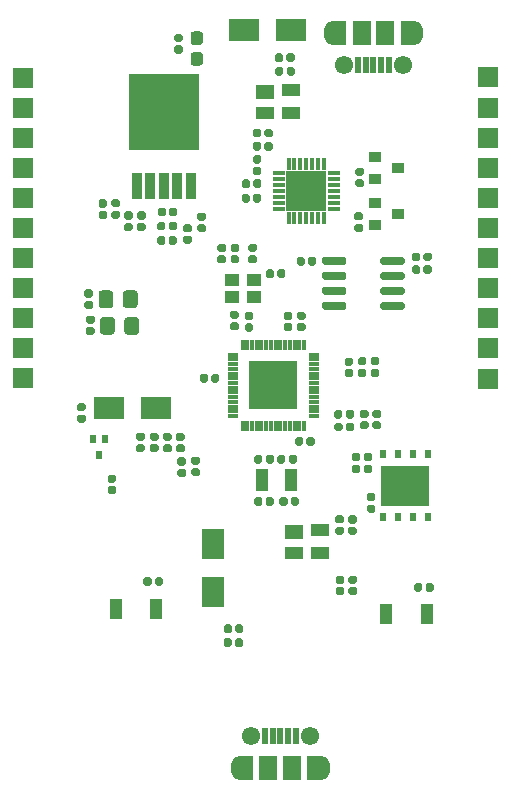
<source format=gbr>
%TF.GenerationSoftware,KiCad,Pcbnew,(5.1.6)-1*%
%TF.CreationDate,2022-06-15T11:31:04-05:00*%
%TF.ProjectId,ESP32-S2_Dev,45535033-322d-4533-925f-4465762e6b69,01*%
%TF.SameCoordinates,Original*%
%TF.FileFunction,Soldermask,Top*%
%TF.FilePolarity,Negative*%
%FSLAX46Y46*%
G04 Gerber Fmt 4.6, Leading zero omitted, Abs format (unit mm)*
G04 Created by KiCad (PCBNEW (5.1.6)-1) date 2022-06-15 11:31:04*
%MOMM*%
%LPD*%
G01*
G04 APERTURE LIST*
%ADD10R,1.900000X2.600000*%
%ADD11R,2.600000X1.900000*%
%ADD12R,0.600000X0.700000*%
%ADD13R,1.150000X1.050000*%
%ADD14R,1.800000X1.800000*%
%ADD15R,4.113200X4.113200*%
%ADD16R,0.304000X0.857199*%
%ADD17R,0.857199X0.304000*%
%ADD18R,1.300000X2.000000*%
%ADD19O,1.300000X2.000000*%
%ADD20R,1.600000X2.000000*%
%ADD21C,1.550000*%
%ADD22R,0.500000X1.450000*%
%ADD23R,1.000000X1.800000*%
%ADD24R,1.100000X1.900000*%
%ADD25R,0.900000X2.300000*%
%ADD26R,5.900001X6.500000*%
%ADD27R,3.452800X3.452800*%
%ADD28R,1.060399X0.354800*%
%ADD29R,0.354800X1.060399*%
%ADD30R,4.100000X3.500000*%
%ADD31R,0.580000X0.800000*%
%ADD32R,1.000000X0.900000*%
%ADD33R,1.500000X1.100000*%
%ADD34R,1.500000X1.300000*%
G04 APERTURE END LIST*
D10*
%TO.C,D4*%
X116230400Y-118408200D03*
X116230400Y-114408200D03*
%TD*%
D11*
%TO.C,D5*%
X122821200Y-70840600D03*
X118821200Y-70840600D03*
%TD*%
D12*
%TO.C,Q1*%
X106578400Y-106796600D03*
X106078400Y-105496600D03*
X107078400Y-105496600D03*
%TD*%
D13*
%TO.C,Y1*%
X119700400Y-91979000D03*
X119700400Y-93429000D03*
X117850400Y-93429000D03*
X117850400Y-91979000D03*
%TD*%
%TO.C,C34*%
G36*
G01*
X123500500Y-95667000D02*
X123895500Y-95667000D01*
G75*
G02*
X124068000Y-95839500I0J-172500D01*
G01*
X124068000Y-96184500D01*
G75*
G02*
X123895500Y-96357000I-172500J0D01*
G01*
X123500500Y-96357000D01*
G75*
G02*
X123328000Y-96184500I0J172500D01*
G01*
X123328000Y-95839500D01*
G75*
G02*
X123500500Y-95667000I172500J0D01*
G01*
G37*
G36*
G01*
X123500500Y-94697000D02*
X123895500Y-94697000D01*
G75*
G02*
X124068000Y-94869500I0J-172500D01*
G01*
X124068000Y-95214500D01*
G75*
G02*
X123895500Y-95387000I-172500J0D01*
G01*
X123500500Y-95387000D01*
G75*
G02*
X123328000Y-95214500I0J172500D01*
G01*
X123328000Y-94869500D01*
G75*
G02*
X123500500Y-94697000I172500J0D01*
G01*
G37*
%TD*%
D14*
%TO.C,IO13*%
X100126800Y-95250000D03*
%TD*%
D15*
%TO.C,U3*%
X121335800Y-100939600D03*
D16*
X118735800Y-97487600D03*
X119135799Y-97487600D03*
X119535801Y-97487600D03*
X119935800Y-97487600D03*
X120335799Y-97487600D03*
X120735801Y-97487600D03*
X121135800Y-97487600D03*
X121535800Y-97487600D03*
X121935799Y-97487600D03*
X122335801Y-97487600D03*
X122735800Y-97487600D03*
X123135799Y-97487600D03*
X123535801Y-97487600D03*
X123935800Y-97487600D03*
D17*
X124787800Y-98339600D03*
X124787800Y-98739599D03*
X124787800Y-99139601D03*
X124787800Y-99539600D03*
X124787800Y-99939599D03*
X124787800Y-100339601D03*
X124787800Y-100739600D03*
X124787800Y-101139600D03*
X124787800Y-101539599D03*
X124787800Y-101939601D03*
X124787800Y-102339600D03*
X124787800Y-102739599D03*
X124787800Y-103139601D03*
X124787800Y-103539600D03*
D16*
X123935800Y-104391600D03*
X123535801Y-104391600D03*
X123135799Y-104391600D03*
X122735800Y-104391600D03*
X122335801Y-104391600D03*
X121935799Y-104391600D03*
X121535800Y-104391600D03*
X121135800Y-104391600D03*
X120735801Y-104391600D03*
X120335799Y-104391600D03*
X119935800Y-104391600D03*
X119535801Y-104391600D03*
X119135799Y-104391600D03*
X118735800Y-104391600D03*
D17*
X117883800Y-103539600D03*
X117883800Y-103139601D03*
X117883800Y-102739599D03*
X117883800Y-102339600D03*
X117883800Y-101939601D03*
X117883800Y-101539599D03*
X117883800Y-101139600D03*
X117883800Y-100739600D03*
X117883800Y-100339601D03*
X117883800Y-99939599D03*
X117883800Y-99539600D03*
X117883800Y-99139601D03*
X117883800Y-98739599D03*
X117883800Y-98339600D03*
%TD*%
D18*
%TO.C,UART1*%
X132710000Y-71120000D03*
X126910000Y-71120000D03*
D19*
X126310000Y-71120000D03*
X133310000Y-71120000D03*
D20*
X130810000Y-71120000D03*
D21*
X127310000Y-73820000D03*
D22*
X129810000Y-73820000D03*
X129160000Y-73820000D03*
X128510000Y-73820000D03*
X131110000Y-73820000D03*
X130460000Y-73820000D03*
D21*
X132310000Y-73820000D03*
D20*
X128810000Y-71120000D03*
%TD*%
%TO.C,C36*%
G36*
G01*
X110281100Y-105625600D02*
X109886100Y-105625600D01*
G75*
G02*
X109713600Y-105453100I0J172500D01*
G01*
X109713600Y-105108100D01*
G75*
G02*
X109886100Y-104935600I172500J0D01*
G01*
X110281100Y-104935600D01*
G75*
G02*
X110453600Y-105108100I0J-172500D01*
G01*
X110453600Y-105453100D01*
G75*
G02*
X110281100Y-105625600I-172500J0D01*
G01*
G37*
G36*
G01*
X110281100Y-106595600D02*
X109886100Y-106595600D01*
G75*
G02*
X109713600Y-106423100I0J172500D01*
G01*
X109713600Y-106078100D01*
G75*
G02*
X109886100Y-105905600I172500J0D01*
G01*
X110281100Y-105905600D01*
G75*
G02*
X110453600Y-106078100I0J-172500D01*
G01*
X110453600Y-106423100D01*
G75*
G02*
X110281100Y-106595600I-172500J0D01*
G01*
G37*
%TD*%
%TO.C,R41*%
G36*
G01*
X113873900Y-88278000D02*
X114268900Y-88278000D01*
G75*
G02*
X114441400Y-88450500I0J-172500D01*
G01*
X114441400Y-88795500D01*
G75*
G02*
X114268900Y-88968000I-172500J0D01*
G01*
X113873900Y-88968000D01*
G75*
G02*
X113701400Y-88795500I0J172500D01*
G01*
X113701400Y-88450500D01*
G75*
G02*
X113873900Y-88278000I172500J0D01*
G01*
G37*
G36*
G01*
X113873900Y-87308000D02*
X114268900Y-87308000D01*
G75*
G02*
X114441400Y-87480500I0J-172500D01*
G01*
X114441400Y-87825500D01*
G75*
G02*
X114268900Y-87998000I-172500J0D01*
G01*
X113873900Y-87998000D01*
G75*
G02*
X113701400Y-87825500I0J172500D01*
G01*
X113701400Y-87480500D01*
G75*
G02*
X113873900Y-87308000I172500J0D01*
G01*
G37*
%TD*%
D23*
%TO.C,RST1*%
X130911600Y-120319800D03*
X134311600Y-120319800D03*
%TD*%
%TO.C,R38*%
G36*
G01*
X111313400Y-117748700D02*
X111313400Y-117353700D01*
G75*
G02*
X111485900Y-117181200I172500J0D01*
G01*
X111830900Y-117181200D01*
G75*
G02*
X112003400Y-117353700I0J-172500D01*
G01*
X112003400Y-117748700D01*
G75*
G02*
X111830900Y-117921200I-172500J0D01*
G01*
X111485900Y-117921200D01*
G75*
G02*
X111313400Y-117748700I0J172500D01*
G01*
G37*
G36*
G01*
X110343400Y-117748700D02*
X110343400Y-117353700D01*
G75*
G02*
X110515900Y-117181200I172500J0D01*
G01*
X110860900Y-117181200D01*
G75*
G02*
X111033400Y-117353700I0J-172500D01*
G01*
X111033400Y-117748700D01*
G75*
G02*
X110860900Y-117921200I-172500J0D01*
G01*
X110515900Y-117921200D01*
G75*
G02*
X110343400Y-117748700I0J172500D01*
G01*
G37*
%TD*%
%TO.C,R37*%
G36*
G01*
X134229000Y-118231300D02*
X134229000Y-117836300D01*
G75*
G02*
X134401500Y-117663800I172500J0D01*
G01*
X134746500Y-117663800D01*
G75*
G02*
X134919000Y-117836300I0J-172500D01*
G01*
X134919000Y-118231300D01*
G75*
G02*
X134746500Y-118403800I-172500J0D01*
G01*
X134401500Y-118403800D01*
G75*
G02*
X134229000Y-118231300I0J172500D01*
G01*
G37*
G36*
G01*
X133259000Y-118231300D02*
X133259000Y-117836300D01*
G75*
G02*
X133431500Y-117663800I172500J0D01*
G01*
X133776500Y-117663800D01*
G75*
G02*
X133949000Y-117836300I0J-172500D01*
G01*
X133949000Y-118231300D01*
G75*
G02*
X133776500Y-118403800I-172500J0D01*
G01*
X133431500Y-118403800D01*
G75*
G02*
X133259000Y-118231300I0J172500D01*
G01*
G37*
%TD*%
%TO.C,BOOT1*%
X108028000Y-119837200D03*
X111428000Y-119837200D03*
%TD*%
D24*
%TO.C,Y2*%
X120345200Y-108991400D03*
X122845200Y-108991400D03*
%TD*%
%TO.C,USER_LED1*%
G36*
G01*
X114596300Y-72726800D02*
X115121300Y-72726800D01*
G75*
G02*
X115383800Y-72989300I0J-262500D01*
G01*
X115383800Y-73614300D01*
G75*
G02*
X115121300Y-73876800I-262500J0D01*
G01*
X114596300Y-73876800D01*
G75*
G02*
X114333800Y-73614300I0J262500D01*
G01*
X114333800Y-72989300D01*
G75*
G02*
X114596300Y-72726800I262500J0D01*
G01*
G37*
G36*
G01*
X114596300Y-70976800D02*
X115121300Y-70976800D01*
G75*
G02*
X115383800Y-71239300I0J-262500D01*
G01*
X115383800Y-71864300D01*
G75*
G02*
X115121300Y-72126800I-262500J0D01*
G01*
X114596300Y-72126800D01*
G75*
G02*
X114333800Y-71864300I0J262500D01*
G01*
X114333800Y-71239300D01*
G75*
G02*
X114596300Y-70976800I262500J0D01*
G01*
G37*
%TD*%
D18*
%TO.C,USB1*%
X119020000Y-133350000D03*
X124820000Y-133350000D03*
D19*
X125420000Y-133350000D03*
X118420000Y-133350000D03*
D20*
X120920000Y-133350000D03*
D21*
X124420000Y-130650000D03*
D22*
X121920000Y-130650000D03*
X122570000Y-130650000D03*
X123220000Y-130650000D03*
X120620000Y-130650000D03*
X121270000Y-130650000D03*
D21*
X119420000Y-130650000D03*
D20*
X122920000Y-133350000D03*
%TD*%
D25*
%TO.C,U2*%
X109784800Y-84057600D03*
X110924800Y-84057600D03*
X112064800Y-84057600D03*
X113204800Y-84057600D03*
X114344800Y-84057600D03*
D26*
X112064800Y-77757600D03*
%TD*%
D27*
%TO.C,U1*%
X124129800Y-84480400D03*
D28*
X126451500Y-82980400D03*
X126451500Y-83480399D03*
X126451500Y-83980401D03*
X126451500Y-84480400D03*
X126451500Y-84980399D03*
X126451500Y-85480401D03*
X126451500Y-85980400D03*
D29*
X125629800Y-86802100D03*
X125129801Y-86802100D03*
X124629799Y-86802100D03*
X124129800Y-86802100D03*
X123629801Y-86802100D03*
X123129799Y-86802100D03*
X122629800Y-86802100D03*
D28*
X121808100Y-85980400D03*
X121808100Y-85480401D03*
X121808100Y-84980399D03*
X121808100Y-84480400D03*
X121808100Y-83980401D03*
X121808100Y-83480399D03*
X121808100Y-82980400D03*
D29*
X122629800Y-82158700D03*
X123129799Y-82158700D03*
X123629801Y-82158700D03*
X124129800Y-82158700D03*
X124629799Y-82158700D03*
X125129801Y-82158700D03*
X125629800Y-82158700D03*
%TD*%
%TO.C,SRAM1*%
G36*
G01*
X130405800Y-90573600D02*
X130405800Y-90223600D01*
G75*
G02*
X130580800Y-90048600I175000J0D01*
G01*
X132280800Y-90048600D01*
G75*
G02*
X132455800Y-90223600I0J-175000D01*
G01*
X132455800Y-90573600D01*
G75*
G02*
X132280800Y-90748600I-175000J0D01*
G01*
X130580800Y-90748600D01*
G75*
G02*
X130405800Y-90573600I0J175000D01*
G01*
G37*
G36*
G01*
X130405800Y-91843600D02*
X130405800Y-91493600D01*
G75*
G02*
X130580800Y-91318600I175000J0D01*
G01*
X132280800Y-91318600D01*
G75*
G02*
X132455800Y-91493600I0J-175000D01*
G01*
X132455800Y-91843600D01*
G75*
G02*
X132280800Y-92018600I-175000J0D01*
G01*
X130580800Y-92018600D01*
G75*
G02*
X130405800Y-91843600I0J175000D01*
G01*
G37*
G36*
G01*
X130405800Y-93113600D02*
X130405800Y-92763600D01*
G75*
G02*
X130580800Y-92588600I175000J0D01*
G01*
X132280800Y-92588600D01*
G75*
G02*
X132455800Y-92763600I0J-175000D01*
G01*
X132455800Y-93113600D01*
G75*
G02*
X132280800Y-93288600I-175000J0D01*
G01*
X130580800Y-93288600D01*
G75*
G02*
X130405800Y-93113600I0J175000D01*
G01*
G37*
G36*
G01*
X130405800Y-94383600D02*
X130405800Y-94033600D01*
G75*
G02*
X130580800Y-93858600I175000J0D01*
G01*
X132280800Y-93858600D01*
G75*
G02*
X132455800Y-94033600I0J-175000D01*
G01*
X132455800Y-94383600D01*
G75*
G02*
X132280800Y-94558600I-175000J0D01*
G01*
X130580800Y-94558600D01*
G75*
G02*
X130405800Y-94383600I0J175000D01*
G01*
G37*
G36*
G01*
X125455800Y-94383600D02*
X125455800Y-94033600D01*
G75*
G02*
X125630800Y-93858600I175000J0D01*
G01*
X127330800Y-93858600D01*
G75*
G02*
X127505800Y-94033600I0J-175000D01*
G01*
X127505800Y-94383600D01*
G75*
G02*
X127330800Y-94558600I-175000J0D01*
G01*
X125630800Y-94558600D01*
G75*
G02*
X125455800Y-94383600I0J175000D01*
G01*
G37*
G36*
G01*
X125455800Y-93113600D02*
X125455800Y-92763600D01*
G75*
G02*
X125630800Y-92588600I175000J0D01*
G01*
X127330800Y-92588600D01*
G75*
G02*
X127505800Y-92763600I0J-175000D01*
G01*
X127505800Y-93113600D01*
G75*
G02*
X127330800Y-93288600I-175000J0D01*
G01*
X125630800Y-93288600D01*
G75*
G02*
X125455800Y-93113600I0J175000D01*
G01*
G37*
G36*
G01*
X125455800Y-91843600D02*
X125455800Y-91493600D01*
G75*
G02*
X125630800Y-91318600I175000J0D01*
G01*
X127330800Y-91318600D01*
G75*
G02*
X127505800Y-91493600I0J-175000D01*
G01*
X127505800Y-91843600D01*
G75*
G02*
X127330800Y-92018600I-175000J0D01*
G01*
X125630800Y-92018600D01*
G75*
G02*
X125455800Y-91843600I0J175000D01*
G01*
G37*
G36*
G01*
X125455800Y-90573600D02*
X125455800Y-90223600D01*
G75*
G02*
X125630800Y-90048600I175000J0D01*
G01*
X127330800Y-90048600D01*
G75*
G02*
X127505800Y-90223600I0J-175000D01*
G01*
X127505800Y-90573600D01*
G75*
G02*
X127330800Y-90748600I-175000J0D01*
G01*
X125630800Y-90748600D01*
G75*
G02*
X125455800Y-90573600I0J175000D01*
G01*
G37*
%TD*%
D30*
%TO.C,SPI_FLASH_16Mb1*%
X132490200Y-109484400D03*
D31*
X130593200Y-106770400D03*
X131863200Y-106770400D03*
X133133200Y-106770400D03*
X134403200Y-106770400D03*
X134403200Y-112070400D03*
X133133200Y-112070400D03*
X131863200Y-112070400D03*
X130593200Y-112070400D03*
%TD*%
%TO.C,RESET_EN1*%
G36*
G01*
X108595000Y-94128062D02*
X108595000Y-93171538D01*
G75*
G02*
X108866738Y-92899800I271738J0D01*
G01*
X109573262Y-92899800D01*
G75*
G02*
X109845000Y-93171538I0J-271738D01*
G01*
X109845000Y-94128062D01*
G75*
G02*
X109573262Y-94399800I-271738J0D01*
G01*
X108866738Y-94399800D01*
G75*
G02*
X108595000Y-94128062I0J271738D01*
G01*
G37*
G36*
G01*
X106545000Y-94128062D02*
X106545000Y-93171538D01*
G75*
G02*
X106816738Y-92899800I271738J0D01*
G01*
X107523262Y-92899800D01*
G75*
G02*
X107795000Y-93171538I0J-271738D01*
G01*
X107795000Y-94128062D01*
G75*
G02*
X107523262Y-94399800I-271738J0D01*
G01*
X106816738Y-94399800D01*
G75*
G02*
X106545000Y-94128062I0J271738D01*
G01*
G37*
%TD*%
%TO.C,R36*%
G36*
G01*
X121676600Y-91688300D02*
X121676600Y-91293300D01*
G75*
G02*
X121849100Y-91120800I172500J0D01*
G01*
X122194100Y-91120800D01*
G75*
G02*
X122366600Y-91293300I0J-172500D01*
G01*
X122366600Y-91688300D01*
G75*
G02*
X122194100Y-91860800I-172500J0D01*
G01*
X121849100Y-91860800D01*
G75*
G02*
X121676600Y-91688300I0J172500D01*
G01*
G37*
G36*
G01*
X120706600Y-91688300D02*
X120706600Y-91293300D01*
G75*
G02*
X120879100Y-91120800I172500J0D01*
G01*
X121224100Y-91120800D01*
G75*
G02*
X121396600Y-91293300I0J-172500D01*
G01*
X121396600Y-91688300D01*
G75*
G02*
X121224100Y-91860800I-172500J0D01*
G01*
X120879100Y-91860800D01*
G75*
G02*
X120706600Y-91688300I0J172500D01*
G01*
G37*
%TD*%
%TO.C,R35*%
G36*
G01*
X128834500Y-103972800D02*
X129229500Y-103972800D01*
G75*
G02*
X129402000Y-104145300I0J-172500D01*
G01*
X129402000Y-104490300D01*
G75*
G02*
X129229500Y-104662800I-172500J0D01*
G01*
X128834500Y-104662800D01*
G75*
G02*
X128662000Y-104490300I0J172500D01*
G01*
X128662000Y-104145300D01*
G75*
G02*
X128834500Y-103972800I172500J0D01*
G01*
G37*
G36*
G01*
X128834500Y-103002800D02*
X129229500Y-103002800D01*
G75*
G02*
X129402000Y-103175300I0J-172500D01*
G01*
X129402000Y-103520300D01*
G75*
G02*
X129229500Y-103692800I-172500J0D01*
G01*
X128834500Y-103692800D01*
G75*
G02*
X128662000Y-103520300I0J172500D01*
G01*
X128662000Y-103175300D01*
G75*
G02*
X128834500Y-103002800I172500J0D01*
G01*
G37*
%TD*%
%TO.C,R34*%
G36*
G01*
X129901300Y-103977600D02*
X130296300Y-103977600D01*
G75*
G02*
X130468800Y-104150100I0J-172500D01*
G01*
X130468800Y-104495100D01*
G75*
G02*
X130296300Y-104667600I-172500J0D01*
G01*
X129901300Y-104667600D01*
G75*
G02*
X129728800Y-104495100I0J172500D01*
G01*
X129728800Y-104150100D01*
G75*
G02*
X129901300Y-103977600I172500J0D01*
G01*
G37*
G36*
G01*
X129901300Y-103007600D02*
X130296300Y-103007600D01*
G75*
G02*
X130468800Y-103180100I0J-172500D01*
G01*
X130468800Y-103525100D01*
G75*
G02*
X130296300Y-103697600I-172500J0D01*
G01*
X129901300Y-103697600D01*
G75*
G02*
X129728800Y-103525100I0J172500D01*
G01*
X129728800Y-103180100D01*
G75*
G02*
X129901300Y-103007600I172500J0D01*
G01*
G37*
%TD*%
%TO.C,R33*%
G36*
G01*
X130143900Y-99252600D02*
X129748900Y-99252600D01*
G75*
G02*
X129576400Y-99080100I0J172500D01*
G01*
X129576400Y-98735100D01*
G75*
G02*
X129748900Y-98562600I172500J0D01*
G01*
X130143900Y-98562600D01*
G75*
G02*
X130316400Y-98735100I0J-172500D01*
G01*
X130316400Y-99080100D01*
G75*
G02*
X130143900Y-99252600I-172500J0D01*
G01*
G37*
G36*
G01*
X130143900Y-100222600D02*
X129748900Y-100222600D01*
G75*
G02*
X129576400Y-100050100I0J172500D01*
G01*
X129576400Y-99705100D01*
G75*
G02*
X129748900Y-99532600I172500J0D01*
G01*
X130143900Y-99532600D01*
G75*
G02*
X130316400Y-99705100I0J-172500D01*
G01*
X130316400Y-100050100D01*
G75*
G02*
X130143900Y-100222600I-172500J0D01*
G01*
G37*
%TD*%
%TO.C,R32*%
G36*
G01*
X129051700Y-99252600D02*
X128656700Y-99252600D01*
G75*
G02*
X128484200Y-99080100I0J172500D01*
G01*
X128484200Y-98735100D01*
G75*
G02*
X128656700Y-98562600I172500J0D01*
G01*
X129051700Y-98562600D01*
G75*
G02*
X129224200Y-98735100I0J-172500D01*
G01*
X129224200Y-99080100D01*
G75*
G02*
X129051700Y-99252600I-172500J0D01*
G01*
G37*
G36*
G01*
X129051700Y-100222600D02*
X128656700Y-100222600D01*
G75*
G02*
X128484200Y-100050100I0J172500D01*
G01*
X128484200Y-99705100D01*
G75*
G02*
X128656700Y-99532600I172500J0D01*
G01*
X129051700Y-99532600D01*
G75*
G02*
X129224200Y-99705100I0J-172500D01*
G01*
X129224200Y-100050100D01*
G75*
G02*
X129051700Y-100222600I-172500J0D01*
G01*
G37*
%TD*%
%TO.C,R31*%
G36*
G01*
X127934100Y-99275600D02*
X127539100Y-99275600D01*
G75*
G02*
X127366600Y-99103100I0J172500D01*
G01*
X127366600Y-98758100D01*
G75*
G02*
X127539100Y-98585600I172500J0D01*
G01*
X127934100Y-98585600D01*
G75*
G02*
X128106600Y-98758100I0J-172500D01*
G01*
X128106600Y-99103100D01*
G75*
G02*
X127934100Y-99275600I-172500J0D01*
G01*
G37*
G36*
G01*
X127934100Y-100245600D02*
X127539100Y-100245600D01*
G75*
G02*
X127366600Y-100073100I0J172500D01*
G01*
X127366600Y-99728100D01*
G75*
G02*
X127539100Y-99555600I172500J0D01*
G01*
X127934100Y-99555600D01*
G75*
G02*
X128106600Y-99728100I0J-172500D01*
G01*
X128106600Y-100073100D01*
G75*
G02*
X127934100Y-100245600I-172500J0D01*
G01*
G37*
%TD*%
%TO.C,R30*%
G36*
G01*
X122777900Y-95387000D02*
X122382900Y-95387000D01*
G75*
G02*
X122210400Y-95214500I0J172500D01*
G01*
X122210400Y-94869500D01*
G75*
G02*
X122382900Y-94697000I172500J0D01*
G01*
X122777900Y-94697000D01*
G75*
G02*
X122950400Y-94869500I0J-172500D01*
G01*
X122950400Y-95214500D01*
G75*
G02*
X122777900Y-95387000I-172500J0D01*
G01*
G37*
G36*
G01*
X122777900Y-96357000D02*
X122382900Y-96357000D01*
G75*
G02*
X122210400Y-96184500I0J172500D01*
G01*
X122210400Y-95839500D01*
G75*
G02*
X122382900Y-95667000I172500J0D01*
G01*
X122777900Y-95667000D01*
G75*
G02*
X122950400Y-95839500I0J-172500D01*
G01*
X122950400Y-96184500D01*
G75*
G02*
X122777900Y-96357000I-172500J0D01*
G01*
G37*
%TD*%
%TO.C,R28*%
G36*
G01*
X113506900Y-71877400D02*
X113111900Y-71877400D01*
G75*
G02*
X112939400Y-71704900I0J172500D01*
G01*
X112939400Y-71359900D01*
G75*
G02*
X113111900Y-71187400I172500J0D01*
G01*
X113506900Y-71187400D01*
G75*
G02*
X113679400Y-71359900I0J-172500D01*
G01*
X113679400Y-71704900D01*
G75*
G02*
X113506900Y-71877400I-172500J0D01*
G01*
G37*
G36*
G01*
X113506900Y-72847400D02*
X113111900Y-72847400D01*
G75*
G02*
X112939400Y-72674900I0J172500D01*
G01*
X112939400Y-72329900D01*
G75*
G02*
X113111900Y-72157400I172500J0D01*
G01*
X113506900Y-72157400D01*
G75*
G02*
X113679400Y-72329900I0J-172500D01*
G01*
X113679400Y-72674900D01*
G75*
G02*
X113506900Y-72847400I-172500J0D01*
G01*
G37*
%TD*%
%TO.C,R26*%
G36*
G01*
X105912300Y-93512200D02*
X105517300Y-93512200D01*
G75*
G02*
X105344800Y-93339700I0J172500D01*
G01*
X105344800Y-92994700D01*
G75*
G02*
X105517300Y-92822200I172500J0D01*
G01*
X105912300Y-92822200D01*
G75*
G02*
X106084800Y-92994700I0J-172500D01*
G01*
X106084800Y-93339700D01*
G75*
G02*
X105912300Y-93512200I-172500J0D01*
G01*
G37*
G36*
G01*
X105912300Y-94482200D02*
X105517300Y-94482200D01*
G75*
G02*
X105344800Y-94309700I0J172500D01*
G01*
X105344800Y-93964700D01*
G75*
G02*
X105517300Y-93792200I172500J0D01*
G01*
X105912300Y-93792200D01*
G75*
G02*
X106084800Y-93964700I0J-172500D01*
G01*
X106084800Y-94309700D01*
G75*
G02*
X105912300Y-94482200I-172500J0D01*
G01*
G37*
%TD*%
%TO.C,R24*%
G36*
G01*
X128238900Y-112638400D02*
X127843900Y-112638400D01*
G75*
G02*
X127671400Y-112465900I0J172500D01*
G01*
X127671400Y-112120900D01*
G75*
G02*
X127843900Y-111948400I172500J0D01*
G01*
X128238900Y-111948400D01*
G75*
G02*
X128411400Y-112120900I0J-172500D01*
G01*
X128411400Y-112465900D01*
G75*
G02*
X128238900Y-112638400I-172500J0D01*
G01*
G37*
G36*
G01*
X128238900Y-113608400D02*
X127843900Y-113608400D01*
G75*
G02*
X127671400Y-113435900I0J172500D01*
G01*
X127671400Y-113090900D01*
G75*
G02*
X127843900Y-112918400I172500J0D01*
G01*
X128238900Y-112918400D01*
G75*
G02*
X128411400Y-113090900I0J-172500D01*
G01*
X128411400Y-113435900D01*
G75*
G02*
X128238900Y-113608400I-172500J0D01*
G01*
G37*
%TD*%
%TO.C,R23*%
G36*
G01*
X112481800Y-88868900D02*
X112481800Y-88473900D01*
G75*
G02*
X112654300Y-88301400I172500J0D01*
G01*
X112999300Y-88301400D01*
G75*
G02*
X113171800Y-88473900I0J-172500D01*
G01*
X113171800Y-88868900D01*
G75*
G02*
X112999300Y-89041400I-172500J0D01*
G01*
X112654300Y-89041400D01*
G75*
G02*
X112481800Y-88868900I0J172500D01*
G01*
G37*
G36*
G01*
X111511800Y-88868900D02*
X111511800Y-88473900D01*
G75*
G02*
X111684300Y-88301400I172500J0D01*
G01*
X112029300Y-88301400D01*
G75*
G02*
X112201800Y-88473900I0J-172500D01*
G01*
X112201800Y-88868900D01*
G75*
G02*
X112029300Y-89041400I-172500J0D01*
G01*
X111684300Y-89041400D01*
G75*
G02*
X111511800Y-88868900I0J172500D01*
G01*
G37*
%TD*%
%TO.C,R22*%
G36*
G01*
X128772300Y-86982000D02*
X128377300Y-86982000D01*
G75*
G02*
X128204800Y-86809500I0J172500D01*
G01*
X128204800Y-86464500D01*
G75*
G02*
X128377300Y-86292000I172500J0D01*
G01*
X128772300Y-86292000D01*
G75*
G02*
X128944800Y-86464500I0J-172500D01*
G01*
X128944800Y-86809500D01*
G75*
G02*
X128772300Y-86982000I-172500J0D01*
G01*
G37*
G36*
G01*
X128772300Y-87952000D02*
X128377300Y-87952000D01*
G75*
G02*
X128204800Y-87779500I0J172500D01*
G01*
X128204800Y-87434500D01*
G75*
G02*
X128377300Y-87262000I172500J0D01*
G01*
X128772300Y-87262000D01*
G75*
G02*
X128944800Y-87434500I0J-172500D01*
G01*
X128944800Y-87779500D01*
G75*
G02*
X128772300Y-87952000I-172500J0D01*
G01*
G37*
%TD*%
%TO.C,R21*%
G36*
G01*
X128453500Y-83479800D02*
X128848500Y-83479800D01*
G75*
G02*
X129021000Y-83652300I0J-172500D01*
G01*
X129021000Y-83997300D01*
G75*
G02*
X128848500Y-84169800I-172500J0D01*
G01*
X128453500Y-84169800D01*
G75*
G02*
X128281000Y-83997300I0J172500D01*
G01*
X128281000Y-83652300D01*
G75*
G02*
X128453500Y-83479800I172500J0D01*
G01*
G37*
G36*
G01*
X128453500Y-82509800D02*
X128848500Y-82509800D01*
G75*
G02*
X129021000Y-82682300I0J-172500D01*
G01*
X129021000Y-83027300D01*
G75*
G02*
X128848500Y-83199800I-172500J0D01*
G01*
X128453500Y-83199800D01*
G75*
G02*
X128281000Y-83027300I0J172500D01*
G01*
X128281000Y-82682300D01*
G75*
G02*
X128453500Y-82509800I172500J0D01*
G01*
G37*
%TD*%
%TO.C,R20*%
G36*
G01*
X114559700Y-107940000D02*
X114954700Y-107940000D01*
G75*
G02*
X115127200Y-108112500I0J-172500D01*
G01*
X115127200Y-108457500D01*
G75*
G02*
X114954700Y-108630000I-172500J0D01*
G01*
X114559700Y-108630000D01*
G75*
G02*
X114387200Y-108457500I0J172500D01*
G01*
X114387200Y-108112500D01*
G75*
G02*
X114559700Y-107940000I172500J0D01*
G01*
G37*
G36*
G01*
X114559700Y-106970000D02*
X114954700Y-106970000D01*
G75*
G02*
X115127200Y-107142500I0J-172500D01*
G01*
X115127200Y-107487500D01*
G75*
G02*
X114954700Y-107660000I-172500J0D01*
G01*
X114559700Y-107660000D01*
G75*
G02*
X114387200Y-107487500I0J172500D01*
G01*
X114387200Y-107142500D01*
G75*
G02*
X114559700Y-106970000I172500J0D01*
G01*
G37*
%TD*%
%TO.C,R19*%
G36*
G01*
X127869300Y-118021400D02*
X128264300Y-118021400D01*
G75*
G02*
X128436800Y-118193900I0J-172500D01*
G01*
X128436800Y-118538900D01*
G75*
G02*
X128264300Y-118711400I-172500J0D01*
G01*
X127869300Y-118711400D01*
G75*
G02*
X127696800Y-118538900I0J172500D01*
G01*
X127696800Y-118193900D01*
G75*
G02*
X127869300Y-118021400I172500J0D01*
G01*
G37*
G36*
G01*
X127869300Y-117051400D02*
X128264300Y-117051400D01*
G75*
G02*
X128436800Y-117223900I0J-172500D01*
G01*
X128436800Y-117568900D01*
G75*
G02*
X128264300Y-117741400I-172500J0D01*
G01*
X127869300Y-117741400D01*
G75*
G02*
X127696800Y-117568900I0J172500D01*
G01*
X127696800Y-117223900D01*
G75*
G02*
X127869300Y-117051400I172500J0D01*
G01*
G37*
%TD*%
%TO.C,R18*%
G36*
G01*
X106039300Y-95719600D02*
X105644300Y-95719600D01*
G75*
G02*
X105471800Y-95547100I0J172500D01*
G01*
X105471800Y-95202100D01*
G75*
G02*
X105644300Y-95029600I172500J0D01*
G01*
X106039300Y-95029600D01*
G75*
G02*
X106211800Y-95202100I0J-172500D01*
G01*
X106211800Y-95547100D01*
G75*
G02*
X106039300Y-95719600I-172500J0D01*
G01*
G37*
G36*
G01*
X106039300Y-96689600D02*
X105644300Y-96689600D01*
G75*
G02*
X105471800Y-96517100I0J172500D01*
G01*
X105471800Y-96172100D01*
G75*
G02*
X105644300Y-95999600I172500J0D01*
G01*
X106039300Y-95999600D01*
G75*
G02*
X106211800Y-96172100I0J-172500D01*
G01*
X106211800Y-96517100D01*
G75*
G02*
X106039300Y-96689600I-172500J0D01*
G01*
G37*
%TD*%
%TO.C,R17*%
G36*
G01*
X115067700Y-87285000D02*
X115462700Y-87285000D01*
G75*
G02*
X115635200Y-87457500I0J-172500D01*
G01*
X115635200Y-87802500D01*
G75*
G02*
X115462700Y-87975000I-172500J0D01*
G01*
X115067700Y-87975000D01*
G75*
G02*
X114895200Y-87802500I0J172500D01*
G01*
X114895200Y-87457500D01*
G75*
G02*
X115067700Y-87285000I172500J0D01*
G01*
G37*
G36*
G01*
X115067700Y-86315000D02*
X115462700Y-86315000D01*
G75*
G02*
X115635200Y-86487500I0J-172500D01*
G01*
X115635200Y-86832500D01*
G75*
G02*
X115462700Y-87005000I-172500J0D01*
G01*
X115067700Y-87005000D01*
G75*
G02*
X114895200Y-86832500I0J172500D01*
G01*
X114895200Y-86487500D01*
G75*
G02*
X115067700Y-86315000I172500J0D01*
G01*
G37*
%TD*%
%TO.C,R16*%
G36*
G01*
X119080900Y-95697200D02*
X119475900Y-95697200D01*
G75*
G02*
X119648400Y-95869700I0J-172500D01*
G01*
X119648400Y-96214700D01*
G75*
G02*
X119475900Y-96387200I-172500J0D01*
G01*
X119080900Y-96387200D01*
G75*
G02*
X118908400Y-96214700I0J172500D01*
G01*
X118908400Y-95869700D01*
G75*
G02*
X119080900Y-95697200I172500J0D01*
G01*
G37*
G36*
G01*
X119080900Y-94727200D02*
X119475900Y-94727200D01*
G75*
G02*
X119648400Y-94899700I0J-172500D01*
G01*
X119648400Y-95244700D01*
G75*
G02*
X119475900Y-95417200I-172500J0D01*
G01*
X119080900Y-95417200D01*
G75*
G02*
X118908400Y-95244700I0J172500D01*
G01*
X118908400Y-94899700D01*
G75*
G02*
X119080900Y-94727200I172500J0D01*
G01*
G37*
%TD*%
%TO.C,R15*%
G36*
G01*
X112567100Y-105653400D02*
X112172100Y-105653400D01*
G75*
G02*
X111999600Y-105480900I0J172500D01*
G01*
X111999600Y-105135900D01*
G75*
G02*
X112172100Y-104963400I172500J0D01*
G01*
X112567100Y-104963400D01*
G75*
G02*
X112739600Y-105135900I0J-172500D01*
G01*
X112739600Y-105480900D01*
G75*
G02*
X112567100Y-105653400I-172500J0D01*
G01*
G37*
G36*
G01*
X112567100Y-106623400D02*
X112172100Y-106623400D01*
G75*
G02*
X111999600Y-106450900I0J172500D01*
G01*
X111999600Y-106105900D01*
G75*
G02*
X112172100Y-105933400I172500J0D01*
G01*
X112567100Y-105933400D01*
G75*
G02*
X112739600Y-106105900I0J-172500D01*
G01*
X112739600Y-106450900D01*
G75*
G02*
X112567100Y-106623400I-172500J0D01*
G01*
G37*
%TD*%
%TO.C,R14*%
G36*
G01*
X119619200Y-85287500D02*
X119619200Y-84892500D01*
G75*
G02*
X119791700Y-84720000I172500J0D01*
G01*
X120136700Y-84720000D01*
G75*
G02*
X120309200Y-84892500I0J-172500D01*
G01*
X120309200Y-85287500D01*
G75*
G02*
X120136700Y-85460000I-172500J0D01*
G01*
X119791700Y-85460000D01*
G75*
G02*
X119619200Y-85287500I0J172500D01*
G01*
G37*
G36*
G01*
X118649200Y-85287500D02*
X118649200Y-84892500D01*
G75*
G02*
X118821700Y-84720000I172500J0D01*
G01*
X119166700Y-84720000D01*
G75*
G02*
X119339200Y-84892500I0J-172500D01*
G01*
X119339200Y-85287500D01*
G75*
G02*
X119166700Y-85460000I-172500J0D01*
G01*
X118821700Y-85460000D01*
G75*
G02*
X118649200Y-85287500I0J172500D01*
G01*
G37*
%TD*%
%TO.C,R13*%
G36*
G01*
X118282100Y-89649000D02*
X117887100Y-89649000D01*
G75*
G02*
X117714600Y-89476500I0J172500D01*
G01*
X117714600Y-89131500D01*
G75*
G02*
X117887100Y-88959000I172500J0D01*
G01*
X118282100Y-88959000D01*
G75*
G02*
X118454600Y-89131500I0J-172500D01*
G01*
X118454600Y-89476500D01*
G75*
G02*
X118282100Y-89649000I-172500J0D01*
G01*
G37*
G36*
G01*
X118282100Y-90619000D02*
X117887100Y-90619000D01*
G75*
G02*
X117714600Y-90446500I0J172500D01*
G01*
X117714600Y-90101500D01*
G75*
G02*
X117887100Y-89929000I172500J0D01*
G01*
X118282100Y-89929000D01*
G75*
G02*
X118454600Y-90101500I0J-172500D01*
G01*
X118454600Y-90446500D01*
G75*
G02*
X118282100Y-90619000I-172500J0D01*
G01*
G37*
%TD*%
%TO.C,R12*%
G36*
G01*
X113659300Y-105648600D02*
X113264300Y-105648600D01*
G75*
G02*
X113091800Y-105476100I0J172500D01*
G01*
X113091800Y-105131100D01*
G75*
G02*
X113264300Y-104958600I172500J0D01*
G01*
X113659300Y-104958600D01*
G75*
G02*
X113831800Y-105131100I0J-172500D01*
G01*
X113831800Y-105476100D01*
G75*
G02*
X113659300Y-105648600I-172500J0D01*
G01*
G37*
G36*
G01*
X113659300Y-106618600D02*
X113264300Y-106618600D01*
G75*
G02*
X113091800Y-106446100I0J172500D01*
G01*
X113091800Y-106101100D01*
G75*
G02*
X113264300Y-105928600I172500J0D01*
G01*
X113659300Y-105928600D01*
G75*
G02*
X113831800Y-106101100I0J-172500D01*
G01*
X113831800Y-106446100D01*
G75*
G02*
X113659300Y-106618600I-172500J0D01*
G01*
G37*
%TD*%
%TO.C,R11*%
G36*
G01*
X119644600Y-84068300D02*
X119644600Y-83673300D01*
G75*
G02*
X119817100Y-83500800I172500J0D01*
G01*
X120162100Y-83500800D01*
G75*
G02*
X120334600Y-83673300I0J-172500D01*
G01*
X120334600Y-84068300D01*
G75*
G02*
X120162100Y-84240800I-172500J0D01*
G01*
X119817100Y-84240800D01*
G75*
G02*
X119644600Y-84068300I0J172500D01*
G01*
G37*
G36*
G01*
X118674600Y-84068300D02*
X118674600Y-83673300D01*
G75*
G02*
X118847100Y-83500800I172500J0D01*
G01*
X119192100Y-83500800D01*
G75*
G02*
X119364600Y-83673300I0J-172500D01*
G01*
X119364600Y-84068300D01*
G75*
G02*
X119192100Y-84240800I-172500J0D01*
G01*
X118847100Y-84240800D01*
G75*
G02*
X118674600Y-84068300I0J172500D01*
G01*
G37*
%TD*%
%TO.C,R10*%
G36*
G01*
X119766700Y-82438400D02*
X120161700Y-82438400D01*
G75*
G02*
X120334200Y-82610900I0J-172500D01*
G01*
X120334200Y-82955900D01*
G75*
G02*
X120161700Y-83128400I-172500J0D01*
G01*
X119766700Y-83128400D01*
G75*
G02*
X119594200Y-82955900I0J172500D01*
G01*
X119594200Y-82610900D01*
G75*
G02*
X119766700Y-82438400I172500J0D01*
G01*
G37*
G36*
G01*
X119766700Y-81468400D02*
X120161700Y-81468400D01*
G75*
G02*
X120334200Y-81640900I0J-172500D01*
G01*
X120334200Y-81985900D01*
G75*
G02*
X120161700Y-82158400I-172500J0D01*
G01*
X119766700Y-82158400D01*
G75*
G02*
X119594200Y-81985900I0J172500D01*
G01*
X119594200Y-81640900D01*
G75*
G02*
X119766700Y-81468400I172500J0D01*
G01*
G37*
%TD*%
%TO.C,R8*%
G36*
G01*
X122641800Y-107385500D02*
X122641800Y-106990500D01*
G75*
G02*
X122814300Y-106818000I172500J0D01*
G01*
X123159300Y-106818000D01*
G75*
G02*
X123331800Y-106990500I0J-172500D01*
G01*
X123331800Y-107385500D01*
G75*
G02*
X123159300Y-107558000I-172500J0D01*
G01*
X122814300Y-107558000D01*
G75*
G02*
X122641800Y-107385500I0J172500D01*
G01*
G37*
G36*
G01*
X121671800Y-107385500D02*
X121671800Y-106990500D01*
G75*
G02*
X121844300Y-106818000I172500J0D01*
G01*
X122189300Y-106818000D01*
G75*
G02*
X122361800Y-106990500I0J-172500D01*
G01*
X122361800Y-107385500D01*
G75*
G02*
X122189300Y-107558000I-172500J0D01*
G01*
X121844300Y-107558000D01*
G75*
G02*
X121671800Y-107385500I0J172500D01*
G01*
G37*
%TD*%
%TO.C,R7*%
G36*
G01*
X107803300Y-86144400D02*
X108198300Y-86144400D01*
G75*
G02*
X108370800Y-86316900I0J-172500D01*
G01*
X108370800Y-86661900D01*
G75*
G02*
X108198300Y-86834400I-172500J0D01*
G01*
X107803300Y-86834400D01*
G75*
G02*
X107630800Y-86661900I0J172500D01*
G01*
X107630800Y-86316900D01*
G75*
G02*
X107803300Y-86144400I172500J0D01*
G01*
G37*
G36*
G01*
X107803300Y-85174400D02*
X108198300Y-85174400D01*
G75*
G02*
X108370800Y-85346900I0J-172500D01*
G01*
X108370800Y-85691900D01*
G75*
G02*
X108198300Y-85864400I-172500J0D01*
G01*
X107803300Y-85864400D01*
G75*
G02*
X107630800Y-85691900I0J172500D01*
G01*
X107630800Y-85346900D01*
G75*
G02*
X107803300Y-85174400I172500J0D01*
G01*
G37*
%TD*%
%TO.C,R6*%
G36*
G01*
X107868100Y-109179200D02*
X107473100Y-109179200D01*
G75*
G02*
X107300600Y-109006700I0J172500D01*
G01*
X107300600Y-108661700D01*
G75*
G02*
X107473100Y-108489200I172500J0D01*
G01*
X107868100Y-108489200D01*
G75*
G02*
X108040600Y-108661700I0J-172500D01*
G01*
X108040600Y-109006700D01*
G75*
G02*
X107868100Y-109179200I-172500J0D01*
G01*
G37*
G36*
G01*
X107868100Y-110149200D02*
X107473100Y-110149200D01*
G75*
G02*
X107300600Y-109976700I0J172500D01*
G01*
X107300600Y-109631700D01*
G75*
G02*
X107473100Y-109459200I172500J0D01*
G01*
X107868100Y-109459200D01*
G75*
G02*
X108040600Y-109631700I0J-172500D01*
G01*
X108040600Y-109976700D01*
G75*
G02*
X107868100Y-110149200I-172500J0D01*
G01*
G37*
%TD*%
%TO.C,R5*%
G36*
G01*
X120690800Y-107385500D02*
X120690800Y-106990500D01*
G75*
G02*
X120863300Y-106818000I172500J0D01*
G01*
X121208300Y-106818000D01*
G75*
G02*
X121380800Y-106990500I0J-172500D01*
G01*
X121380800Y-107385500D01*
G75*
G02*
X121208300Y-107558000I-172500J0D01*
G01*
X120863300Y-107558000D01*
G75*
G02*
X120690800Y-107385500I0J172500D01*
G01*
G37*
G36*
G01*
X119720800Y-107385500D02*
X119720800Y-106990500D01*
G75*
G02*
X119893300Y-106818000I172500J0D01*
G01*
X120238300Y-106818000D01*
G75*
G02*
X120410800Y-106990500I0J-172500D01*
G01*
X120410800Y-107385500D01*
G75*
G02*
X120238300Y-107558000I-172500J0D01*
G01*
X119893300Y-107558000D01*
G75*
G02*
X119720800Y-107385500I0J172500D01*
G01*
G37*
%TD*%
%TO.C,R4*%
G36*
G01*
X124272200Y-90621500D02*
X124272200Y-90226500D01*
G75*
G02*
X124444700Y-90054000I172500J0D01*
G01*
X124789700Y-90054000D01*
G75*
G02*
X124962200Y-90226500I0J-172500D01*
G01*
X124962200Y-90621500D01*
G75*
G02*
X124789700Y-90794000I-172500J0D01*
G01*
X124444700Y-90794000D01*
G75*
G02*
X124272200Y-90621500I0J172500D01*
G01*
G37*
G36*
G01*
X123302200Y-90621500D02*
X123302200Y-90226500D01*
G75*
G02*
X123474700Y-90054000I172500J0D01*
G01*
X123819700Y-90054000D01*
G75*
G02*
X123992200Y-90226500I0J-172500D01*
G01*
X123992200Y-90621500D01*
G75*
G02*
X123819700Y-90794000I-172500J0D01*
G01*
X123474700Y-90794000D01*
G75*
G02*
X123302200Y-90621500I0J172500D01*
G01*
G37*
%TD*%
%TO.C,R3*%
G36*
G01*
X129418700Y-111034000D02*
X129813700Y-111034000D01*
G75*
G02*
X129986200Y-111206500I0J-172500D01*
G01*
X129986200Y-111551500D01*
G75*
G02*
X129813700Y-111724000I-172500J0D01*
G01*
X129418700Y-111724000D01*
G75*
G02*
X129246200Y-111551500I0J172500D01*
G01*
X129246200Y-111206500D01*
G75*
G02*
X129418700Y-111034000I172500J0D01*
G01*
G37*
G36*
G01*
X129418700Y-110064000D02*
X129813700Y-110064000D01*
G75*
G02*
X129986200Y-110236500I0J-172500D01*
G01*
X129986200Y-110581500D01*
G75*
G02*
X129813700Y-110754000I-172500J0D01*
G01*
X129418700Y-110754000D01*
G75*
G02*
X129246200Y-110581500I0J172500D01*
G01*
X129246200Y-110236500D01*
G75*
G02*
X129418700Y-110064000I172500J0D01*
G01*
G37*
%TD*%
%TO.C,R2*%
G36*
G01*
X119780700Y-89649000D02*
X119385700Y-89649000D01*
G75*
G02*
X119213200Y-89476500I0J172500D01*
G01*
X119213200Y-89131500D01*
G75*
G02*
X119385700Y-88959000I172500J0D01*
G01*
X119780700Y-88959000D01*
G75*
G02*
X119953200Y-89131500I0J-172500D01*
G01*
X119953200Y-89476500D01*
G75*
G02*
X119780700Y-89649000I-172500J0D01*
G01*
G37*
G36*
G01*
X119780700Y-90619000D02*
X119385700Y-90619000D01*
G75*
G02*
X119213200Y-90446500I0J172500D01*
G01*
X119213200Y-90101500D01*
G75*
G02*
X119385700Y-89929000I172500J0D01*
G01*
X119780700Y-89929000D01*
G75*
G02*
X119953200Y-90101500I0J-172500D01*
G01*
X119953200Y-90446500D01*
G75*
G02*
X119780700Y-90619000I-172500J0D01*
G01*
G37*
%TD*%
%TO.C,R1*%
G36*
G01*
X105277300Y-103134000D02*
X104882300Y-103134000D01*
G75*
G02*
X104709800Y-102961500I0J172500D01*
G01*
X104709800Y-102616500D01*
G75*
G02*
X104882300Y-102444000I172500J0D01*
G01*
X105277300Y-102444000D01*
G75*
G02*
X105449800Y-102616500I0J-172500D01*
G01*
X105449800Y-102961500D01*
G75*
G02*
X105277300Y-103134000I-172500J0D01*
G01*
G37*
G36*
G01*
X105277300Y-104104000D02*
X104882300Y-104104000D01*
G75*
G02*
X104709800Y-103931500I0J172500D01*
G01*
X104709800Y-103586500D01*
G75*
G02*
X104882300Y-103414000I172500J0D01*
G01*
X105277300Y-103414000D01*
G75*
G02*
X105449800Y-103586500I0J-172500D01*
G01*
X105449800Y-103931500D01*
G75*
G02*
X105277300Y-104104000I-172500J0D01*
G01*
G37*
%TD*%
D32*
%TO.C,Q3*%
X131921000Y-86421000D03*
X129921000Y-87371000D03*
X129921000Y-85471000D03*
%TD*%
%TO.C,Q2*%
X131921000Y-82534800D03*
X129921000Y-83484800D03*
X129921000Y-81584800D03*
%TD*%
%TO.C,POWER_ON1*%
G36*
G01*
X108722000Y-96388662D02*
X108722000Y-95432138D01*
G75*
G02*
X108993738Y-95160400I271738J0D01*
G01*
X109700262Y-95160400D01*
G75*
G02*
X109972000Y-95432138I0J-271738D01*
G01*
X109972000Y-96388662D01*
G75*
G02*
X109700262Y-96660400I-271738J0D01*
G01*
X108993738Y-96660400D01*
G75*
G02*
X108722000Y-96388662I0J271738D01*
G01*
G37*
G36*
G01*
X106672000Y-96388662D02*
X106672000Y-95432138D01*
G75*
G02*
X106943738Y-95160400I271738J0D01*
G01*
X107650262Y-95160400D01*
G75*
G02*
X107922000Y-95432138I0J-271738D01*
G01*
X107922000Y-96388662D01*
G75*
G02*
X107650262Y-96660400I-271738J0D01*
G01*
X106943738Y-96660400D01*
G75*
G02*
X106672000Y-96388662I0J271738D01*
G01*
G37*
%TD*%
D14*
%TO.C,DAC1*%
X100126800Y-100330000D03*
%TD*%
%TO.C,IO46*%
X100126800Y-77470000D03*
%TD*%
%TO.C,IO45*%
X100126800Y-74955400D03*
%TD*%
%TO.C,IO42*%
X139522200Y-74853800D03*
%TD*%
%TO.C,IO41*%
X139522200Y-77470000D03*
%TD*%
%TO.C,IO40*%
X139522200Y-80010000D03*
%TD*%
%TO.C,IO39*%
X139522200Y-82550000D03*
%TD*%
%TO.C,IO38*%
X139496800Y-85090000D03*
%TD*%
%TO.C,IO37*%
X139522200Y-87630000D03*
%TD*%
%TO.C,IO36*%
X139522200Y-90170000D03*
%TD*%
%TO.C,IO35*%
X139522200Y-92710000D03*
%TD*%
%TO.C,IO34*%
X139522200Y-95250000D03*
%TD*%
%TO.C,IO33*%
X139522200Y-97790000D03*
%TD*%
%TO.C,IO21*%
X139522200Y-100431600D03*
%TD*%
%TO.C,IO14*%
X100126800Y-97790000D03*
%TD*%
%TO.C,IO11*%
X100126800Y-92710000D03*
%TD*%
%TO.C,IO10*%
X100126800Y-90170000D03*
%TD*%
%TO.C,IO9*%
X100126800Y-87630000D03*
%TD*%
%TO.C,IO8*%
X100126800Y-85090000D03*
%TD*%
%TO.C,IO7*%
X100126800Y-82550000D03*
%TD*%
%TO.C,IO6*%
X100126800Y-80010000D03*
%TD*%
D33*
%TO.C,D3*%
X122799200Y-75943800D03*
X122799200Y-77843800D03*
X120599200Y-77843800D03*
D34*
X120599200Y-76123800D03*
%TD*%
D33*
%TO.C,D2*%
X125316200Y-113215200D03*
X125316200Y-115115200D03*
X123116200Y-115115200D03*
D34*
X123116200Y-113395200D03*
%TD*%
D11*
%TO.C,D1*%
X107391200Y-102870000D03*
X111391200Y-102870000D03*
%TD*%
%TO.C,C35*%
G36*
G01*
X127190200Y-103180500D02*
X127190200Y-103575500D01*
G75*
G02*
X127017700Y-103748000I-172500J0D01*
G01*
X126672700Y-103748000D01*
G75*
G02*
X126500200Y-103575500I0J172500D01*
G01*
X126500200Y-103180500D01*
G75*
G02*
X126672700Y-103008000I172500J0D01*
G01*
X127017700Y-103008000D01*
G75*
G02*
X127190200Y-103180500I0J-172500D01*
G01*
G37*
G36*
G01*
X128160200Y-103180500D02*
X128160200Y-103575500D01*
G75*
G02*
X127987700Y-103748000I-172500J0D01*
G01*
X127642700Y-103748000D01*
G75*
G02*
X127470200Y-103575500I0J172500D01*
G01*
X127470200Y-103180500D01*
G75*
G02*
X127642700Y-103008000I172500J0D01*
G01*
X127987700Y-103008000D01*
G75*
G02*
X128160200Y-103180500I0J-172500D01*
G01*
G37*
%TD*%
%TO.C,C33*%
G36*
G01*
X127199600Y-104273700D02*
X127199600Y-104668700D01*
G75*
G02*
X127027100Y-104841200I-172500J0D01*
G01*
X126682100Y-104841200D01*
G75*
G02*
X126509600Y-104668700I0J172500D01*
G01*
X126509600Y-104273700D01*
G75*
G02*
X126682100Y-104101200I172500J0D01*
G01*
X127027100Y-104101200D01*
G75*
G02*
X127199600Y-104273700I0J-172500D01*
G01*
G37*
G36*
G01*
X128169600Y-104273700D02*
X128169600Y-104668700D01*
G75*
G02*
X127997100Y-104841200I-172500J0D01*
G01*
X127652100Y-104841200D01*
G75*
G02*
X127479600Y-104668700I0J172500D01*
G01*
X127479600Y-104273700D01*
G75*
G02*
X127652100Y-104101200I172500J0D01*
G01*
X127997100Y-104101200D01*
G75*
G02*
X128169600Y-104273700I0J-172500D01*
G01*
G37*
%TD*%
%TO.C,C31*%
G36*
G01*
X123865200Y-105491900D02*
X123865200Y-105886900D01*
G75*
G02*
X123692700Y-106059400I-172500J0D01*
G01*
X123347700Y-106059400D01*
G75*
G02*
X123175200Y-105886900I0J172500D01*
G01*
X123175200Y-105491900D01*
G75*
G02*
X123347700Y-105319400I172500J0D01*
G01*
X123692700Y-105319400D01*
G75*
G02*
X123865200Y-105491900I0J-172500D01*
G01*
G37*
G36*
G01*
X124835200Y-105491900D02*
X124835200Y-105886900D01*
G75*
G02*
X124662700Y-106059400I-172500J0D01*
G01*
X124317700Y-106059400D01*
G75*
G02*
X124145200Y-105886900I0J172500D01*
G01*
X124145200Y-105491900D01*
G75*
G02*
X124317700Y-105319400I172500J0D01*
G01*
X124662700Y-105319400D01*
G75*
G02*
X124835200Y-105491900I0J-172500D01*
G01*
G37*
%TD*%
%TO.C,C29*%
G36*
G01*
X116088600Y-100527500D02*
X116088600Y-100132500D01*
G75*
G02*
X116261100Y-99960000I172500J0D01*
G01*
X116606100Y-99960000D01*
G75*
G02*
X116778600Y-100132500I0J-172500D01*
G01*
X116778600Y-100527500D01*
G75*
G02*
X116606100Y-100700000I-172500J0D01*
G01*
X116261100Y-100700000D01*
G75*
G02*
X116088600Y-100527500I0J172500D01*
G01*
G37*
G36*
G01*
X115118600Y-100527500D02*
X115118600Y-100132500D01*
G75*
G02*
X115291100Y-99960000I172500J0D01*
G01*
X115636100Y-99960000D01*
G75*
G02*
X115808600Y-100132500I0J-172500D01*
G01*
X115808600Y-100527500D01*
G75*
G02*
X115636100Y-100700000I-172500J0D01*
G01*
X115291100Y-100700000D01*
G75*
G02*
X115118600Y-100527500I0J172500D01*
G01*
G37*
%TD*%
%TO.C,C25*%
G36*
G01*
X126751700Y-112916000D02*
X127146700Y-112916000D01*
G75*
G02*
X127319200Y-113088500I0J-172500D01*
G01*
X127319200Y-113433500D01*
G75*
G02*
X127146700Y-113606000I-172500J0D01*
G01*
X126751700Y-113606000D01*
G75*
G02*
X126579200Y-113433500I0J172500D01*
G01*
X126579200Y-113088500D01*
G75*
G02*
X126751700Y-112916000I172500J0D01*
G01*
G37*
G36*
G01*
X126751700Y-111946000D02*
X127146700Y-111946000D01*
G75*
G02*
X127319200Y-112118500I0J-172500D01*
G01*
X127319200Y-112463500D01*
G75*
G02*
X127146700Y-112636000I-172500J0D01*
G01*
X126751700Y-112636000D01*
G75*
G02*
X126579200Y-112463500I0J172500D01*
G01*
X126579200Y-112118500D01*
G75*
G02*
X126751700Y-111946000I172500J0D01*
G01*
G37*
%TD*%
%TO.C,C23*%
G36*
G01*
X112486600Y-87649700D02*
X112486600Y-87254700D01*
G75*
G02*
X112659100Y-87082200I172500J0D01*
G01*
X113004100Y-87082200D01*
G75*
G02*
X113176600Y-87254700I0J-172500D01*
G01*
X113176600Y-87649700D01*
G75*
G02*
X113004100Y-87822200I-172500J0D01*
G01*
X112659100Y-87822200D01*
G75*
G02*
X112486600Y-87649700I0J172500D01*
G01*
G37*
G36*
G01*
X111516600Y-87649700D02*
X111516600Y-87254700D01*
G75*
G02*
X111689100Y-87082200I172500J0D01*
G01*
X112034100Y-87082200D01*
G75*
G02*
X112206600Y-87254700I0J-172500D01*
G01*
X112206600Y-87649700D01*
G75*
G02*
X112034100Y-87822200I-172500J0D01*
G01*
X111689100Y-87822200D01*
G75*
G02*
X111516600Y-87649700I0J172500D01*
G01*
G37*
%TD*%
%TO.C,C21*%
G36*
G01*
X127172100Y-117741400D02*
X126777100Y-117741400D01*
G75*
G02*
X126604600Y-117568900I0J172500D01*
G01*
X126604600Y-117223900D01*
G75*
G02*
X126777100Y-117051400I172500J0D01*
G01*
X127172100Y-117051400D01*
G75*
G02*
X127344600Y-117223900I0J-172500D01*
G01*
X127344600Y-117568900D01*
G75*
G02*
X127172100Y-117741400I-172500J0D01*
G01*
G37*
G36*
G01*
X127172100Y-118711400D02*
X126777100Y-118711400D01*
G75*
G02*
X126604600Y-118538900I0J172500D01*
G01*
X126604600Y-118193900D01*
G75*
G02*
X126777100Y-118021400I172500J0D01*
G01*
X127172100Y-118021400D01*
G75*
G02*
X127344600Y-118193900I0J-172500D01*
G01*
X127344600Y-118538900D01*
G75*
G02*
X127172100Y-118711400I-172500J0D01*
G01*
G37*
%TD*%
%TO.C,C20*%
G36*
G01*
X112507200Y-86455900D02*
X112507200Y-86060900D01*
G75*
G02*
X112679700Y-85888400I172500J0D01*
G01*
X113024700Y-85888400D01*
G75*
G02*
X113197200Y-86060900I0J-172500D01*
G01*
X113197200Y-86455900D01*
G75*
G02*
X113024700Y-86628400I-172500J0D01*
G01*
X112679700Y-86628400D01*
G75*
G02*
X112507200Y-86455900I0J172500D01*
G01*
G37*
G36*
G01*
X111537200Y-86455900D02*
X111537200Y-86060900D01*
G75*
G02*
X111709700Y-85888400I172500J0D01*
G01*
X112054700Y-85888400D01*
G75*
G02*
X112227200Y-86060900I0J-172500D01*
G01*
X112227200Y-86455900D01*
G75*
G02*
X112054700Y-86628400I-172500J0D01*
G01*
X111709700Y-86628400D01*
G75*
G02*
X111537200Y-86455900I0J172500D01*
G01*
G37*
%TD*%
%TO.C,C19*%
G36*
G01*
X133771200Y-89870900D02*
X133771200Y-90265900D01*
G75*
G02*
X133598700Y-90438400I-172500J0D01*
G01*
X133253700Y-90438400D01*
G75*
G02*
X133081200Y-90265900I0J172500D01*
G01*
X133081200Y-89870900D01*
G75*
G02*
X133253700Y-89698400I172500J0D01*
G01*
X133598700Y-89698400D01*
G75*
G02*
X133771200Y-89870900I0J-172500D01*
G01*
G37*
G36*
G01*
X134741200Y-89870900D02*
X134741200Y-90265900D01*
G75*
G02*
X134568700Y-90438400I-172500J0D01*
G01*
X134223700Y-90438400D01*
G75*
G02*
X134051200Y-90265900I0J172500D01*
G01*
X134051200Y-89870900D01*
G75*
G02*
X134223700Y-89698400I172500J0D01*
G01*
X134568700Y-89698400D01*
G75*
G02*
X134741200Y-89870900I0J-172500D01*
G01*
G37*
%TD*%
%TO.C,C18*%
G36*
G01*
X128991800Y-108223700D02*
X128991800Y-107828700D01*
G75*
G02*
X129164300Y-107656200I172500J0D01*
G01*
X129509300Y-107656200D01*
G75*
G02*
X129681800Y-107828700I0J-172500D01*
G01*
X129681800Y-108223700D01*
G75*
G02*
X129509300Y-108396200I-172500J0D01*
G01*
X129164300Y-108396200D01*
G75*
G02*
X128991800Y-108223700I0J172500D01*
G01*
G37*
G36*
G01*
X128021800Y-108223700D02*
X128021800Y-107828700D01*
G75*
G02*
X128194300Y-107656200I172500J0D01*
G01*
X128539300Y-107656200D01*
G75*
G02*
X128711800Y-107828700I0J-172500D01*
G01*
X128711800Y-108223700D01*
G75*
G02*
X128539300Y-108396200I-172500J0D01*
G01*
X128194300Y-108396200D01*
G75*
G02*
X128021800Y-108223700I0J172500D01*
G01*
G37*
%TD*%
%TO.C,C17*%
G36*
G01*
X133771200Y-90937700D02*
X133771200Y-91332700D01*
G75*
G02*
X133598700Y-91505200I-172500J0D01*
G01*
X133253700Y-91505200D01*
G75*
G02*
X133081200Y-91332700I0J172500D01*
G01*
X133081200Y-90937700D01*
G75*
G02*
X133253700Y-90765200I172500J0D01*
G01*
X133598700Y-90765200D01*
G75*
G02*
X133771200Y-90937700I0J-172500D01*
G01*
G37*
G36*
G01*
X134741200Y-90937700D02*
X134741200Y-91332700D01*
G75*
G02*
X134568700Y-91505200I-172500J0D01*
G01*
X134223700Y-91505200D01*
G75*
G02*
X134051200Y-91332700I0J172500D01*
G01*
X134051200Y-90937700D01*
G75*
G02*
X134223700Y-90765200I172500J0D01*
G01*
X134568700Y-90765200D01*
G75*
G02*
X134741200Y-90937700I0J-172500D01*
G01*
G37*
%TD*%
%TO.C,C16*%
G36*
G01*
X122464000Y-74543300D02*
X122464000Y-74148300D01*
G75*
G02*
X122636500Y-73975800I172500J0D01*
G01*
X122981500Y-73975800D01*
G75*
G02*
X123154000Y-74148300I0J-172500D01*
G01*
X123154000Y-74543300D01*
G75*
G02*
X122981500Y-74715800I-172500J0D01*
G01*
X122636500Y-74715800D01*
G75*
G02*
X122464000Y-74543300I0J172500D01*
G01*
G37*
G36*
G01*
X121494000Y-74543300D02*
X121494000Y-74148300D01*
G75*
G02*
X121666500Y-73975800I172500J0D01*
G01*
X122011500Y-73975800D01*
G75*
G02*
X122184000Y-74148300I0J-172500D01*
G01*
X122184000Y-74543300D01*
G75*
G02*
X122011500Y-74715800I-172500J0D01*
G01*
X121666500Y-74715800D01*
G75*
G02*
X121494000Y-74543300I0J172500D01*
G01*
G37*
%TD*%
%TO.C,C15*%
G36*
G01*
X128991800Y-107207700D02*
X128991800Y-106812700D01*
G75*
G02*
X129164300Y-106640200I172500J0D01*
G01*
X129509300Y-106640200D01*
G75*
G02*
X129681800Y-106812700I0J-172500D01*
G01*
X129681800Y-107207700D01*
G75*
G02*
X129509300Y-107380200I-172500J0D01*
G01*
X129164300Y-107380200D01*
G75*
G02*
X128991800Y-107207700I0J172500D01*
G01*
G37*
G36*
G01*
X128021800Y-107207700D02*
X128021800Y-106812700D01*
G75*
G02*
X128194300Y-106640200I172500J0D01*
G01*
X128539300Y-106640200D01*
G75*
G02*
X128711800Y-106812700I0J-172500D01*
G01*
X128711800Y-107207700D01*
G75*
G02*
X128539300Y-107380200I-172500J0D01*
G01*
X128194300Y-107380200D01*
G75*
G02*
X128021800Y-107207700I0J172500D01*
G01*
G37*
%TD*%
%TO.C,C14*%
G36*
G01*
X118095200Y-122930300D02*
X118095200Y-122535300D01*
G75*
G02*
X118267700Y-122362800I172500J0D01*
G01*
X118612700Y-122362800D01*
G75*
G02*
X118785200Y-122535300I0J-172500D01*
G01*
X118785200Y-122930300D01*
G75*
G02*
X118612700Y-123102800I-172500J0D01*
G01*
X118267700Y-123102800D01*
G75*
G02*
X118095200Y-122930300I0J172500D01*
G01*
G37*
G36*
G01*
X117125200Y-122930300D02*
X117125200Y-122535300D01*
G75*
G02*
X117297700Y-122362800I172500J0D01*
G01*
X117642700Y-122362800D01*
G75*
G02*
X117815200Y-122535300I0J-172500D01*
G01*
X117815200Y-122930300D01*
G75*
G02*
X117642700Y-123102800I-172500J0D01*
G01*
X117297700Y-123102800D01*
G75*
G02*
X117125200Y-122930300I0J172500D01*
G01*
G37*
%TD*%
%TO.C,C13*%
G36*
G01*
X113786300Y-107731400D02*
X113391300Y-107731400D01*
G75*
G02*
X113218800Y-107558900I0J172500D01*
G01*
X113218800Y-107213900D01*
G75*
G02*
X113391300Y-107041400I172500J0D01*
G01*
X113786300Y-107041400D01*
G75*
G02*
X113958800Y-107213900I0J-172500D01*
G01*
X113958800Y-107558900D01*
G75*
G02*
X113786300Y-107731400I-172500J0D01*
G01*
G37*
G36*
G01*
X113786300Y-108701400D02*
X113391300Y-108701400D01*
G75*
G02*
X113218800Y-108528900I0J172500D01*
G01*
X113218800Y-108183900D01*
G75*
G02*
X113391300Y-108011400I172500J0D01*
G01*
X113786300Y-108011400D01*
G75*
G02*
X113958800Y-108183900I0J-172500D01*
G01*
X113958800Y-108528900D01*
G75*
G02*
X113786300Y-108701400I-172500J0D01*
G01*
G37*
%TD*%
%TO.C,C12*%
G36*
G01*
X117836300Y-95595600D02*
X118231300Y-95595600D01*
G75*
G02*
X118403800Y-95768100I0J-172500D01*
G01*
X118403800Y-96113100D01*
G75*
G02*
X118231300Y-96285600I-172500J0D01*
G01*
X117836300Y-96285600D01*
G75*
G02*
X117663800Y-96113100I0J172500D01*
G01*
X117663800Y-95768100D01*
G75*
G02*
X117836300Y-95595600I172500J0D01*
G01*
G37*
G36*
G01*
X117836300Y-94625600D02*
X118231300Y-94625600D01*
G75*
G02*
X118403800Y-94798100I0J-172500D01*
G01*
X118403800Y-95143100D01*
G75*
G02*
X118231300Y-95315600I-172500J0D01*
G01*
X117836300Y-95315600D01*
G75*
G02*
X117663800Y-95143100I0J172500D01*
G01*
X117663800Y-94798100D01*
G75*
G02*
X117836300Y-94625600I172500J0D01*
G01*
G37*
%TD*%
%TO.C,C11*%
G36*
G01*
X122443400Y-73400300D02*
X122443400Y-73005300D01*
G75*
G02*
X122615900Y-72832800I172500J0D01*
G01*
X122960900Y-72832800D01*
G75*
G02*
X123133400Y-73005300I0J-172500D01*
G01*
X123133400Y-73400300D01*
G75*
G02*
X122960900Y-73572800I-172500J0D01*
G01*
X122615900Y-73572800D01*
G75*
G02*
X122443400Y-73400300I0J172500D01*
G01*
G37*
G36*
G01*
X121473400Y-73400300D02*
X121473400Y-73005300D01*
G75*
G02*
X121645900Y-72832800I172500J0D01*
G01*
X121990900Y-72832800D01*
G75*
G02*
X122163400Y-73005300I0J-172500D01*
G01*
X122163400Y-73400300D01*
G75*
G02*
X121990900Y-73572800I-172500J0D01*
G01*
X121645900Y-73572800D01*
G75*
G02*
X121473400Y-73400300I0J172500D01*
G01*
G37*
%TD*%
%TO.C,C10*%
G36*
G01*
X118113200Y-121754900D02*
X118113200Y-121359900D01*
G75*
G02*
X118285700Y-121187400I172500J0D01*
G01*
X118630700Y-121187400D01*
G75*
G02*
X118803200Y-121359900I0J-172500D01*
G01*
X118803200Y-121754900D01*
G75*
G02*
X118630700Y-121927400I-172500J0D01*
G01*
X118285700Y-121927400D01*
G75*
G02*
X118113200Y-121754900I0J172500D01*
G01*
G37*
G36*
G01*
X117143200Y-121754900D02*
X117143200Y-121359900D01*
G75*
G02*
X117315700Y-121187400I172500J0D01*
G01*
X117660700Y-121187400D01*
G75*
G02*
X117833200Y-121359900I0J-172500D01*
G01*
X117833200Y-121754900D01*
G75*
G02*
X117660700Y-121927400I-172500J0D01*
G01*
X117315700Y-121927400D01*
G75*
G02*
X117143200Y-121754900I0J172500D01*
G01*
G37*
%TD*%
%TO.C,C9*%
G36*
G01*
X116769500Y-89929000D02*
X117164500Y-89929000D01*
G75*
G02*
X117337000Y-90101500I0J-172500D01*
G01*
X117337000Y-90446500D01*
G75*
G02*
X117164500Y-90619000I-172500J0D01*
G01*
X116769500Y-90619000D01*
G75*
G02*
X116597000Y-90446500I0J172500D01*
G01*
X116597000Y-90101500D01*
G75*
G02*
X116769500Y-89929000I172500J0D01*
G01*
G37*
G36*
G01*
X116769500Y-88959000D02*
X117164500Y-88959000D01*
G75*
G02*
X117337000Y-89131500I0J-172500D01*
G01*
X117337000Y-89476500D01*
G75*
G02*
X117164500Y-89649000I-172500J0D01*
G01*
X116769500Y-89649000D01*
G75*
G02*
X116597000Y-89476500I0J172500D01*
G01*
X116597000Y-89131500D01*
G75*
G02*
X116769500Y-88959000I172500J0D01*
G01*
G37*
%TD*%
%TO.C,C8*%
G36*
G01*
X111449500Y-105628000D02*
X111054500Y-105628000D01*
G75*
G02*
X110882000Y-105455500I0J172500D01*
G01*
X110882000Y-105110500D01*
G75*
G02*
X111054500Y-104938000I172500J0D01*
G01*
X111449500Y-104938000D01*
G75*
G02*
X111622000Y-105110500I0J-172500D01*
G01*
X111622000Y-105455500D01*
G75*
G02*
X111449500Y-105628000I-172500J0D01*
G01*
G37*
G36*
G01*
X111449500Y-106598000D02*
X111054500Y-106598000D01*
G75*
G02*
X110882000Y-106425500I0J172500D01*
G01*
X110882000Y-106080500D01*
G75*
G02*
X111054500Y-105908000I172500J0D01*
G01*
X111449500Y-105908000D01*
G75*
G02*
X111622000Y-106080500I0J-172500D01*
G01*
X111622000Y-106425500D01*
G75*
G02*
X111449500Y-106598000I-172500J0D01*
G01*
G37*
%TD*%
%TO.C,C7*%
G36*
G01*
X122819600Y-110966900D02*
X122819600Y-110571900D01*
G75*
G02*
X122992100Y-110399400I172500J0D01*
G01*
X123337100Y-110399400D01*
G75*
G02*
X123509600Y-110571900I0J-172500D01*
G01*
X123509600Y-110966900D01*
G75*
G02*
X123337100Y-111139400I-172500J0D01*
G01*
X122992100Y-111139400D01*
G75*
G02*
X122819600Y-110966900I0J172500D01*
G01*
G37*
G36*
G01*
X121849600Y-110966900D02*
X121849600Y-110571900D01*
G75*
G02*
X122022100Y-110399400I172500J0D01*
G01*
X122367100Y-110399400D01*
G75*
G02*
X122539600Y-110571900I0J-172500D01*
G01*
X122539600Y-110966900D01*
G75*
G02*
X122367100Y-111139400I-172500J0D01*
G01*
X122022100Y-111139400D01*
G75*
G02*
X121849600Y-110966900I0J172500D01*
G01*
G37*
%TD*%
%TO.C,C6*%
G36*
G01*
X107106100Y-85887400D02*
X106711100Y-85887400D01*
G75*
G02*
X106538600Y-85714900I0J172500D01*
G01*
X106538600Y-85369900D01*
G75*
G02*
X106711100Y-85197400I172500J0D01*
G01*
X107106100Y-85197400D01*
G75*
G02*
X107278600Y-85369900I0J-172500D01*
G01*
X107278600Y-85714900D01*
G75*
G02*
X107106100Y-85887400I-172500J0D01*
G01*
G37*
G36*
G01*
X107106100Y-86857400D02*
X106711100Y-86857400D01*
G75*
G02*
X106538600Y-86684900I0J172500D01*
G01*
X106538600Y-86339900D01*
G75*
G02*
X106711100Y-86167400I172500J0D01*
G01*
X107106100Y-86167400D01*
G75*
G02*
X107278600Y-86339900I0J-172500D01*
G01*
X107278600Y-86684900D01*
G75*
G02*
X107106100Y-86857400I-172500J0D01*
G01*
G37*
%TD*%
%TO.C,C5*%
G36*
G01*
X120410800Y-110571900D02*
X120410800Y-110966900D01*
G75*
G02*
X120238300Y-111139400I-172500J0D01*
G01*
X119893300Y-111139400D01*
G75*
G02*
X119720800Y-110966900I0J172500D01*
G01*
X119720800Y-110571900D01*
G75*
G02*
X119893300Y-110399400I172500J0D01*
G01*
X120238300Y-110399400D01*
G75*
G02*
X120410800Y-110571900I0J-172500D01*
G01*
G37*
G36*
G01*
X121380800Y-110571900D02*
X121380800Y-110966900D01*
G75*
G02*
X121208300Y-111139400I-172500J0D01*
G01*
X120863300Y-111139400D01*
G75*
G02*
X120690800Y-110966900I0J172500D01*
G01*
X120690800Y-110571900D01*
G75*
G02*
X120863300Y-110399400I172500J0D01*
G01*
X121208300Y-110399400D01*
G75*
G02*
X121380800Y-110571900I0J-172500D01*
G01*
G37*
%TD*%
%TO.C,C4*%
G36*
G01*
X120309200Y-79380700D02*
X120309200Y-79775700D01*
G75*
G02*
X120136700Y-79948200I-172500J0D01*
G01*
X119791700Y-79948200D01*
G75*
G02*
X119619200Y-79775700I0J172500D01*
G01*
X119619200Y-79380700D01*
G75*
G02*
X119791700Y-79208200I172500J0D01*
G01*
X120136700Y-79208200D01*
G75*
G02*
X120309200Y-79380700I0J-172500D01*
G01*
G37*
G36*
G01*
X121279200Y-79380700D02*
X121279200Y-79775700D01*
G75*
G02*
X121106700Y-79948200I-172500J0D01*
G01*
X120761700Y-79948200D01*
G75*
G02*
X120589200Y-79775700I0J172500D01*
G01*
X120589200Y-79380700D01*
G75*
G02*
X120761700Y-79208200I172500J0D01*
G01*
X121106700Y-79208200D01*
G75*
G02*
X121279200Y-79380700I0J-172500D01*
G01*
G37*
%TD*%
%TO.C,C3*%
G36*
G01*
X110357300Y-86908200D02*
X109962300Y-86908200D01*
G75*
G02*
X109789800Y-86735700I0J172500D01*
G01*
X109789800Y-86390700D01*
G75*
G02*
X109962300Y-86218200I172500J0D01*
G01*
X110357300Y-86218200D01*
G75*
G02*
X110529800Y-86390700I0J-172500D01*
G01*
X110529800Y-86735700D01*
G75*
G02*
X110357300Y-86908200I-172500J0D01*
G01*
G37*
G36*
G01*
X110357300Y-87878200D02*
X109962300Y-87878200D01*
G75*
G02*
X109789800Y-87705700I0J172500D01*
G01*
X109789800Y-87360700D01*
G75*
G02*
X109962300Y-87188200I172500J0D01*
G01*
X110357300Y-87188200D01*
G75*
G02*
X110529800Y-87360700I0J-172500D01*
G01*
X110529800Y-87705700D01*
G75*
G02*
X110357300Y-87878200I-172500J0D01*
G01*
G37*
%TD*%
%TO.C,C2*%
G36*
G01*
X120309200Y-80498300D02*
X120309200Y-80893300D01*
G75*
G02*
X120136700Y-81065800I-172500J0D01*
G01*
X119791700Y-81065800D01*
G75*
G02*
X119619200Y-80893300I0J172500D01*
G01*
X119619200Y-80498300D01*
G75*
G02*
X119791700Y-80325800I172500J0D01*
G01*
X120136700Y-80325800D01*
G75*
G02*
X120309200Y-80498300I0J-172500D01*
G01*
G37*
G36*
G01*
X121279200Y-80498300D02*
X121279200Y-80893300D01*
G75*
G02*
X121106700Y-81065800I-172500J0D01*
G01*
X120761700Y-81065800D01*
G75*
G02*
X120589200Y-80893300I0J172500D01*
G01*
X120589200Y-80498300D01*
G75*
G02*
X120761700Y-80325800I172500J0D01*
G01*
X121106700Y-80325800D01*
G75*
G02*
X121279200Y-80498300I0J-172500D01*
G01*
G37*
%TD*%
%TO.C,C1*%
G36*
G01*
X109265100Y-86908200D02*
X108870100Y-86908200D01*
G75*
G02*
X108697600Y-86735700I0J172500D01*
G01*
X108697600Y-86390700D01*
G75*
G02*
X108870100Y-86218200I172500J0D01*
G01*
X109265100Y-86218200D01*
G75*
G02*
X109437600Y-86390700I0J-172500D01*
G01*
X109437600Y-86735700D01*
G75*
G02*
X109265100Y-86908200I-172500J0D01*
G01*
G37*
G36*
G01*
X109265100Y-87878200D02*
X108870100Y-87878200D01*
G75*
G02*
X108697600Y-87705700I0J172500D01*
G01*
X108697600Y-87360700D01*
G75*
G02*
X108870100Y-87188200I172500J0D01*
G01*
X109265100Y-87188200D01*
G75*
G02*
X109437600Y-87360700I0J-172500D01*
G01*
X109437600Y-87705700D01*
G75*
G02*
X109265100Y-87878200I-172500J0D01*
G01*
G37*
%TD*%
M02*

</source>
